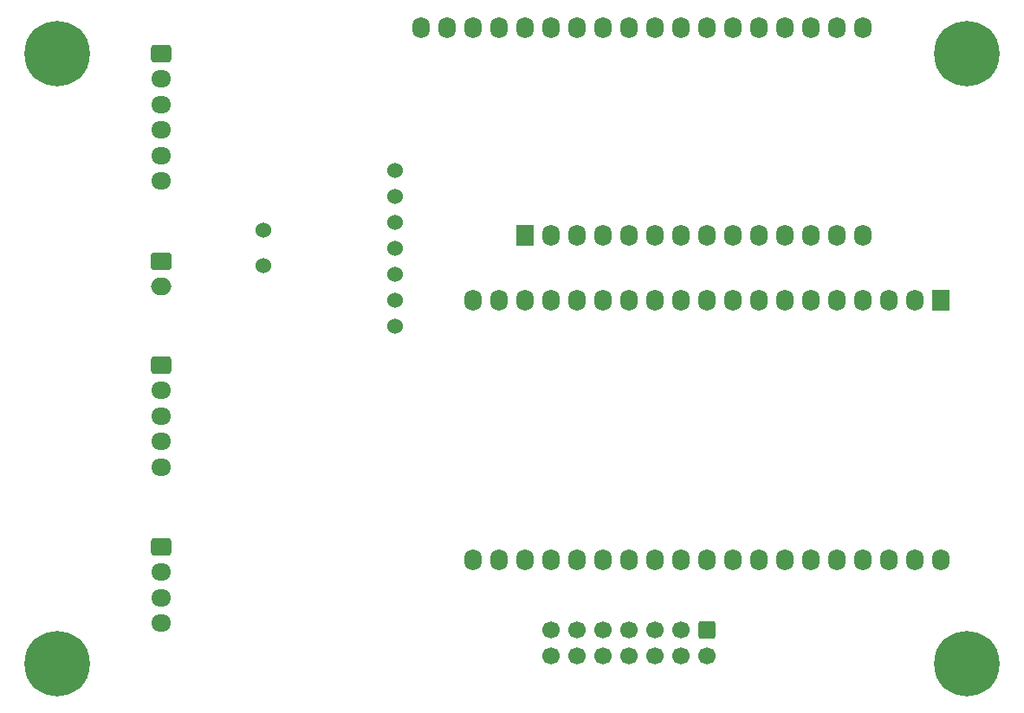
<source format=gbs>
G04 #@! TF.GenerationSoftware,KiCad,Pcbnew,(6.0.9)*
G04 #@! TF.CreationDate,2022-11-19T16:36:08+01:00*
G04 #@! TF.ProjectId,IoT12 Control Board,496f5431-3220-4436-9f6e-74726f6c2042,V2.2*
G04 #@! TF.SameCoordinates,Original*
G04 #@! TF.FileFunction,Soldermask,Bot*
G04 #@! TF.FilePolarity,Negative*
%FSLAX46Y46*%
G04 Gerber Fmt 4.6, Leading zero omitted, Abs format (unit mm)*
G04 Created by KiCad (PCBNEW (6.0.9)) date 2022-11-19 16:36:08*
%MOMM*%
%LPD*%
G01*
G04 APERTURE LIST*
G04 Aperture macros list*
%AMRoundRect*
0 Rectangle with rounded corners*
0 $1 Rounding radius*
0 $2 $3 $4 $5 $6 $7 $8 $9 X,Y pos of 4 corners*
0 Add a 4 corners polygon primitive as box body*
4,1,4,$2,$3,$4,$5,$6,$7,$8,$9,$2,$3,0*
0 Add four circle primitives for the rounded corners*
1,1,$1+$1,$2,$3*
1,1,$1+$1,$4,$5*
1,1,$1+$1,$6,$7*
1,1,$1+$1,$8,$9*
0 Add four rect primitives between the rounded corners*
20,1,$1+$1,$2,$3,$4,$5,0*
20,1,$1+$1,$4,$5,$6,$7,0*
20,1,$1+$1,$6,$7,$8,$9,0*
20,1,$1+$1,$8,$9,$2,$3,0*%
G04 Aperture macros list end*
%ADD10C,1.524000*%
%ADD11C,0.800000*%
%ADD12C,6.400000*%
%ADD13O,1.700000X2.100000*%
%ADD14R,1.700000X2.100000*%
%ADD15RoundRect,0.250000X-0.725000X0.600000X-0.725000X-0.600000X0.725000X-0.600000X0.725000X0.600000X0*%
%ADD16O,1.950000X1.700000*%
%ADD17RoundRect,0.250000X-0.750000X0.600000X-0.750000X-0.600000X0.750000X-0.600000X0.750000X0.600000X0*%
%ADD18O,2.000000X1.700000*%
%ADD19RoundRect,0.250000X-0.600000X0.600000X-0.600000X-0.600000X0.600000X-0.600000X0.600000X0.600000X0*%
%ADD20C,1.700000*%
G04 APERTURE END LIST*
D10*
X134620000Y-93980000D03*
X134620000Y-91440000D03*
X134620000Y-88900000D03*
X134620000Y-86360000D03*
X134620000Y-83820000D03*
X134620000Y-81280000D03*
X134620000Y-78740000D03*
X121750000Y-88110000D03*
X121750000Y-84610000D03*
D11*
X192197056Y-125302944D03*
D12*
X190500000Y-127000000D03*
D11*
X192900000Y-127000000D03*
X188100000Y-127000000D03*
X190500000Y-124600000D03*
X190500000Y-129400000D03*
X188802944Y-125302944D03*
X192197056Y-128697056D03*
X188802944Y-128697056D03*
X192197056Y-69007056D03*
X188802944Y-69007056D03*
X188100000Y-67310000D03*
X190500000Y-64910000D03*
X190500000Y-69710000D03*
X188802944Y-65612944D03*
X192900000Y-67310000D03*
D12*
X190500000Y-67310000D03*
D11*
X192197056Y-65612944D03*
X101600000Y-129400000D03*
X103297056Y-125302944D03*
X99902944Y-128697056D03*
X99902944Y-125302944D03*
X103297056Y-128697056D03*
X99200000Y-127000000D03*
X101600000Y-124600000D03*
D12*
X101600000Y-127000000D03*
D11*
X104000000Y-127000000D03*
X101600000Y-64910000D03*
X103297056Y-69007056D03*
X99200000Y-67310000D03*
X99902944Y-69007056D03*
X104000000Y-67310000D03*
X101600000Y-69710000D03*
D12*
X101600000Y-67310000D03*
D11*
X99902944Y-65612944D03*
X103297056Y-65612944D03*
D13*
X187960000Y-116840000D03*
X185420000Y-116840000D03*
X182880000Y-116840000D03*
X180340000Y-116840000D03*
X177800000Y-116840000D03*
X175260000Y-116840000D03*
X172720000Y-116840000D03*
X170180000Y-116840000D03*
X167640000Y-116840000D03*
X165100000Y-116840000D03*
X162560000Y-116840000D03*
X160020000Y-116840000D03*
X157480000Y-116840000D03*
X154940000Y-116840000D03*
X152400000Y-116840000D03*
X149860000Y-116840000D03*
X147320000Y-116840000D03*
X144780000Y-116840000D03*
X142240000Y-116840000D03*
X142240000Y-91440000D03*
X144780000Y-91440000D03*
X147320000Y-91440000D03*
X149860000Y-91440000D03*
X152400000Y-91440000D03*
X154940000Y-91440000D03*
X157480000Y-91440000D03*
X160020000Y-91440000D03*
X162560000Y-91440000D03*
X165100000Y-91440000D03*
X167640000Y-91440000D03*
X170180000Y-91440000D03*
X172720000Y-91440000D03*
X175260000Y-91440000D03*
X177800000Y-91440000D03*
X180340000Y-91440000D03*
X182880000Y-91440000D03*
X185420000Y-91440000D03*
D14*
X187960000Y-91440000D03*
D15*
X111760000Y-97790000D03*
D16*
X111760000Y-100290000D03*
X111760000Y-102790000D03*
X111760000Y-105290000D03*
X111760000Y-107790000D03*
D17*
X111760000Y-87630000D03*
D18*
X111760000Y-90130000D03*
D14*
X147320000Y-85090000D03*
D13*
X149860000Y-85090000D03*
X152400000Y-85090000D03*
X154940000Y-85090000D03*
X157480000Y-85090000D03*
X160020000Y-85090000D03*
X162560000Y-85090000D03*
X165100000Y-85090000D03*
X167640000Y-85090000D03*
X170180000Y-85090000D03*
X172720000Y-85090000D03*
X175260000Y-85090000D03*
X177800000Y-85090000D03*
X180340000Y-85090000D03*
X180340000Y-64770000D03*
X177800000Y-64770000D03*
X175260000Y-64770000D03*
X172720000Y-64770000D03*
X170180000Y-64770000D03*
X167640000Y-64770000D03*
X165100000Y-64770000D03*
X162560000Y-64770000D03*
X160020000Y-64770000D03*
X157480000Y-64770000D03*
X154940000Y-64770000D03*
X152400000Y-64770000D03*
X149860000Y-64770000D03*
X147320000Y-64770000D03*
X144780000Y-64770000D03*
X142240000Y-64770000D03*
X139700000Y-64770000D03*
X137160000Y-64770000D03*
D15*
X111760000Y-67310000D03*
D16*
X111760000Y-69810000D03*
X111760000Y-72310000D03*
X111760000Y-74810000D03*
X111760000Y-77310000D03*
X111760000Y-79810000D03*
D19*
X165100000Y-123707500D03*
D20*
X165100000Y-126247500D03*
X162560000Y-123707500D03*
X162560000Y-126247500D03*
X160020000Y-123707500D03*
X160020000Y-126247500D03*
X157480000Y-123707500D03*
X157480000Y-126247500D03*
X154940000Y-123707500D03*
X154940000Y-126247500D03*
X152400000Y-123707500D03*
X152400000Y-126247500D03*
X149860000Y-123707500D03*
X149860000Y-126247500D03*
D15*
X111760000Y-115570000D03*
D16*
X111760000Y-118070000D03*
X111760000Y-120570000D03*
X111760000Y-123070000D03*
M02*

</source>
